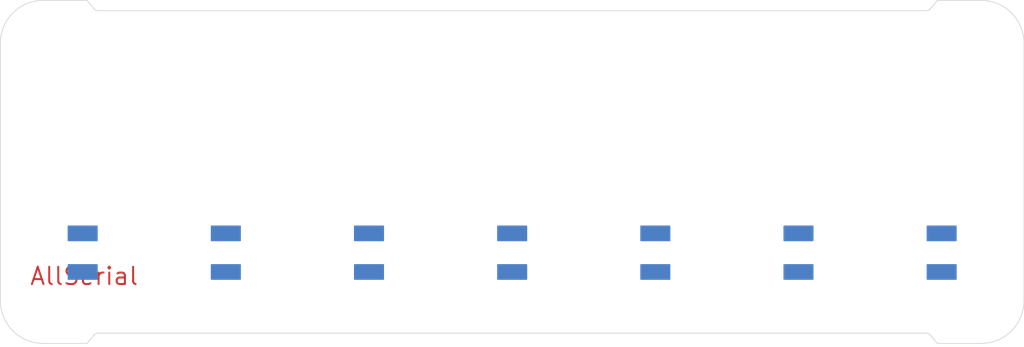
<source format=kicad_pcb>
(kicad_pcb (version 20240108) (generator "pcbnew") (generator_version "8.0")
  (layers (0 "F.Cu" signal) (31 "B.Cu" signal) (34 "B.Paste" user) (35 "F.Paste" user) (36 "B.SilkS" user "B.Silkscreen") (37 "F.SilkS" user "F.Silkscreen") (38 "B.Mask" user) (39 "F.Mask" user) (44 "Edge.Cuts" user))
  (net 0 "")
  (footprint "AllSerial Front:Frontpanel_2_Holes" (layer "F.Cu") (at 130.048 111.76)
    (property "Reference" "E$1" (hide yes))
    (property "Value" "Val**" (hide yes))
    (fp_rect (start -31 -8.2) (end -29 -7.2) (stroke (width 0.1)) (fill solid) (layer "B.Cu"))
    (fp_rect (start -31 -5.5) (end -29 -4.5) (stroke (width 0.1)) (fill solid) (layer "B.Cu"))
    (fp_rect (start -21 -8.2) (end -19 -7.2) (stroke (width 0.1)) (fill solid) (layer "B.Cu"))
    (fp_rect (start -21 -5.5) (end -19 -4.5) (stroke (width 0.1)) (fill solid) (layer "B.Cu"))
    (fp_rect (start -11 -8.2) (end -9 -7.2) (stroke (width 0.1)) (fill solid) (layer "B.Cu"))
    (fp_rect (start -11 -5.5) (end -9 -4.5) (stroke (width 0.1)) (fill solid) (layer "B.Cu"))
    (fp_rect (start -1 -8.2) (end 1 -7.2) (stroke (width 0.1)) (fill solid) (layer "B.Cu"))
    (fp_rect (start -1 -5.5) (end 1 -4.5) (stroke (width 0.1)) (fill solid) (layer "B.Cu"))
    (fp_rect (start 9 -8.2) (end 11 -7.2) (stroke (width 0.1)) (fill solid) (layer "B.Cu"))
    (fp_rect (start 9 -5.5) (end 11 -4.5) (stroke (width 0.1)) (fill solid) (layer "B.Cu"))
    (fp_rect (start 19 -8.2) (end 21 -7.2) (stroke (width 0.1)) (fill solid) (layer "B.Cu"))
    (fp_rect (start 19 -5.5) (end 21 -4.5) (stroke (width 0.1)) (fill solid) (layer "B.Cu"))
    (fp_rect (start 29 -8.2) (end 31 -7.2) (stroke (width 0.1)) (fill solid) (layer "B.Cu"))
    (fp_rect (start 29 -5.5) (end 31 -4.5) (stroke (width 0.1)) (fill solid) (layer "B.Cu"))
    (fp_line (start -35.75 -3) (end -35.75 -21) (stroke (width 0.05)) (layer "Edge.Cuts"))
    (fp_line (start -32.75 -24) (end -29.7 -24) (stroke (width 0.05)) (layer "Edge.Cuts"))
    (fp_line (start -32.75 0) (end -29.7 0) (stroke (width 0.05)) (layer "Edge.Cuts"))
    (fp_line (start -29.2 -23.4) (end -29.7 -24) (stroke (width 0.05)) (layer "Edge.Cuts"))
    (fp_line (start -29.2 -0.6) (end -29.7 0) (stroke (width 0.05)) (layer "Edge.Cuts"))
    (fp_line (start -28.9 -23.275736) (end 28.9 -23.275736) (stroke (width 0.05)) (layer "Edge.Cuts"))
    (fp_line (start -28.9 -0.724264) (end 28.9 -0.724264) (stroke (width 0.05)) (layer "Edge.Cuts"))
    (fp_line (start 29.7 -24) (end 29.2 -23.4) (stroke (width 0.05)) (layer "Edge.Cuts"))
    (fp_line (start 29.7 -24) (end 32.75 -24) (stroke (width 0.05)) (layer "Edge.Cuts"))
    (fp_line (start 29.7 0) (end 29.2 -0.6) (stroke (width 0.05)) (layer "Edge.Cuts"))
    (fp_line (start 32.75 0) (end 29.7 0) (stroke (width 0.05)) (layer "Edge.Cuts"))
    (fp_line (start 35.75 -21) (end 35.75 -3) (stroke (width 0.05)) (layer "Edge.Cuts"))
    (fp_arc (start -35.75 -21) (mid -34.87132 -23.12132) (end -32.75 -24) (stroke (width 0.05)) (layer "Edge.Cuts"))
    (fp_arc (start -32.75 0) (mid -34.87132 -0.87868) (end -35.75 -3) (stroke (width 0.05)) (layer "Edge.Cuts"))
    (fp_arc (start -29.2 -0.6) (mid -29.062359 -0.691969) (end -28.9 -0.724264) (stroke (width 0.05)) (layer "Edge.Cuts"))
    (fp_arc (start -28.9 -23.275736) (mid -29.062359 -23.308031) (end -29.2 -23.4) (stroke (width 0.05)) (layer "Edge.Cuts"))
    (fp_arc (start 28.9 -0.724264) (mid 29.062359 -0.691969) (end 29.2 -0.6) (stroke (width 0.05)) (layer "Edge.Cuts"))
    (fp_arc (start 29.2 -23.4) (mid 29.062359 -23.308031) (end 28.9 -23.275736) (stroke (width 0.05)) (layer "Edge.Cuts"))
    (fp_arc (start 32.75 -24) (mid 34.87132 -23.12132) (end 35.75 -21) (stroke (width 0.05)) (layer "Edge.Cuts"))
    (fp_arc (start 35.75 -3) (mid 34.87132 -0.87868) (end 32.75 0) (stroke (width 0.05)) (layer "Edge.Cuts"))
    (fp_text user "AllSerial" (at -33.75 -4 0) (layer "F.Cu") (effects (font (size 1.2065 1.2065) (thickness 0.1397)) (justify left bottom)))
    (pad "" np_thru_hole circle (at -31.75 -12) (size 3.2 3.2) (drill 3.2) (layers "*.Cu" "*.Mask"))
    (pad "" np_thru_hole circle (at 31.75 -12) (size 3.2 3.2) (drill 3.2) (layers "*.Cu" "*.Mask"))
  )
)
</source>
